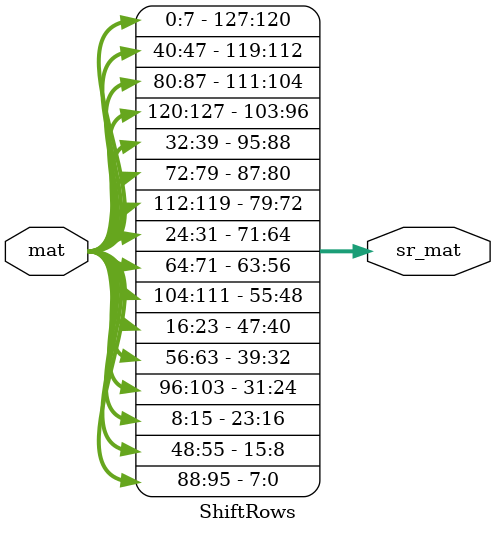
<source format=v>
module ShiftRows(sr_mat , mat);

input [0:127] mat; // matrix in column major form 4x4
output reg [0:127] sr_mat; // here combinations of 8-bits form 1 element of matrix

/*

   | -------------
   | |00|01|02|03|
   | -------------
   | |10|11|12|13|
   | -------------
   | |20|21|22|23|
   | -------------
   V |30|31|32|33|
*/


/*  [0:31] = 1st column
    [32:63] = 2nd column
    [64:95] = 3rd column
    [96:127] = 4th column */

// (a[i,j] = a[(32*j + 8*i) : upto 8 bits])
/*assign sr_mat[0:7] = mat[0:7];
assign sr_mat[8:15] = mat[40:47];
assign sr_mat[16:23] = mat[80:87];
assign sr_mat[24:31] = mat[120:127];

assign sr_mat[32:39] = mat[32:39];
assign sr_mat[40:47] = mat[48:55];
assign sr_mat[48:55] = mat[112:119];
assign sr_mat[56:63] = mat[24:31];

assign sr_mat[64:71] = mat[64:71];
assign sr_mat[72:79] = mat[104:111];
assign sr_mat[80:87] = mat[16:23];
assign sr_mat[88:95] = mat[56:63];

assign sr_mat[96:103] = mat[96:103];
assign sr_mat[104:111] = mat[8:15];
assign sr_mat[112:119] = mat[48:55];
assign sr_mat[120:127] = mat[88:95];*/

always @ (mat)
begin 
sr_mat[0:7] = mat[0:7];
sr_mat[8:15] = mat[40:47];
sr_mat[16:23] = mat[80:87];
sr_mat[24:31] = mat[120:127];

sr_mat[32:39] = mat[32:39];
sr_mat[40:47] = mat[72:79];
sr_mat[48:55] = mat[112:119];
sr_mat[56:63] = mat[24:31];

sr_mat[64:71] = mat[64:71];
sr_mat[72:79] = mat[104:111];
sr_mat[80:87] = mat[16:23];
sr_mat[88:95] = mat[56:63];

sr_mat[96:103] = mat[96:103];
sr_mat[104:111] = mat[8:15];
sr_mat[112:119] = mat[48:55];
sr_mat[120:127] = mat[88:95];
end


endmodule

</source>
